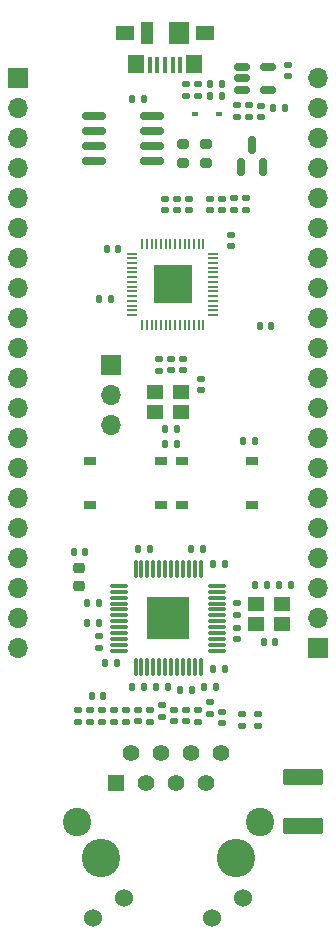
<source format=gbr>
%TF.GenerationSoftware,KiCad,Pcbnew,6.0.2+dfsg-1*%
%TF.CreationDate,2022-12-03T09:23:02-05:00*%
%TF.ProjectId,wiz5500-clone-4layer,77697a35-3530-4302-9d63-6c6f6e652d34,rev?*%
%TF.SameCoordinates,Original*%
%TF.FileFunction,Soldermask,Top*%
%TF.FilePolarity,Negative*%
%FSLAX46Y46*%
G04 Gerber Fmt 4.6, Leading zero omitted, Abs format (unit mm)*
G04 Created by KiCad (PCBNEW 6.0.2+dfsg-1) date 2022-12-03 09:23:02*
%MOMM*%
%LPD*%
G01*
G04 APERTURE LIST*
G04 Aperture macros list*
%AMRoundRect*
0 Rectangle with rounded corners*
0 $1 Rounding radius*
0 $2 $3 $4 $5 $6 $7 $8 $9 X,Y pos of 4 corners*
0 Add a 4 corners polygon primitive as box body*
4,1,4,$2,$3,$4,$5,$6,$7,$8,$9,$2,$3,0*
0 Add four circle primitives for the rounded corners*
1,1,$1+$1,$2,$3*
1,1,$1+$1,$4,$5*
1,1,$1+$1,$6,$7*
1,1,$1+$1,$8,$9*
0 Add four rect primitives between the rounded corners*
20,1,$1+$1,$2,$3,$4,$5,0*
20,1,$1+$1,$4,$5,$6,$7,0*
20,1,$1+$1,$6,$7,$8,$9,0*
20,1,$1+$1,$8,$9,$2,$3,0*%
G04 Aperture macros list end*
%ADD10RoundRect,0.150000X-0.825000X-0.150000X0.825000X-0.150000X0.825000X0.150000X-0.825000X0.150000X0*%
%ADD11R,1.000000X0.750000*%
%ADD12RoundRect,0.140000X0.170000X-0.140000X0.170000X0.140000X-0.170000X0.140000X-0.170000X-0.140000X0*%
%ADD13RoundRect,0.140000X-0.170000X0.140000X-0.170000X-0.140000X0.170000X-0.140000X0.170000X0.140000X0*%
%ADD14RoundRect,0.135000X-0.185000X0.135000X-0.185000X-0.135000X0.185000X-0.135000X0.185000X0.135000X0*%
%ADD15RoundRect,0.135000X-0.135000X-0.185000X0.135000X-0.185000X0.135000X0.185000X-0.135000X0.185000X0*%
%ADD16RoundRect,0.140000X-0.140000X-0.170000X0.140000X-0.170000X0.140000X0.170000X-0.140000X0.170000X0*%
%ADD17RoundRect,0.140000X0.140000X0.170000X-0.140000X0.170000X-0.140000X-0.170000X0.140000X-0.170000X0*%
%ADD18R,1.700000X1.700000*%
%ADD19O,1.700000X1.700000*%
%ADD20RoundRect,0.200000X0.275000X-0.200000X0.275000X0.200000X-0.275000X0.200000X-0.275000X-0.200000X0*%
%ADD21RoundRect,0.135000X0.185000X-0.135000X0.185000X0.135000X-0.185000X0.135000X-0.185000X-0.135000X0*%
%ADD22RoundRect,0.135000X0.135000X0.185000X-0.135000X0.185000X-0.135000X-0.185000X0.135000X-0.185000X0*%
%ADD23R,0.600000X0.450000*%
%ADD24R,0.450000X1.380000*%
%ADD25R,1.425000X1.550000*%
%ADD26R,1.650000X1.300000*%
%ADD27R,1.800000X1.900000*%
%ADD28R,1.000000X1.900000*%
%ADD29RoundRect,0.249999X1.450001X-0.450001X1.450001X0.450001X-1.450001X0.450001X-1.450001X-0.450001X0*%
%ADD30R,1.400000X1.200000*%
%ADD31C,3.250000*%
%ADD32R,1.408000X1.408000*%
%ADD33C,1.408000*%
%ADD34C,1.530000*%
%ADD35C,2.400000*%
%ADD36RoundRect,0.150000X-0.512500X-0.150000X0.512500X-0.150000X0.512500X0.150000X-0.512500X0.150000X0*%
%ADD37RoundRect,0.075000X-0.662500X-0.075000X0.662500X-0.075000X0.662500X0.075000X-0.662500X0.075000X0*%
%ADD38RoundRect,0.075000X-0.075000X-0.662500X0.075000X-0.662500X0.075000X0.662500X-0.075000X0.662500X0*%
%ADD39R,3.600000X3.600000*%
%ADD40RoundRect,0.050000X-0.387500X-0.050000X0.387500X-0.050000X0.387500X0.050000X-0.387500X0.050000X0*%
%ADD41RoundRect,0.050000X-0.050000X-0.387500X0.050000X-0.387500X0.050000X0.387500X-0.050000X0.387500X0*%
%ADD42R,3.200000X3.200000*%
%ADD43RoundRect,0.218750X-0.256250X0.218750X-0.256250X-0.218750X0.256250X-0.218750X0.256250X0.218750X0*%
%ADD44RoundRect,0.150000X0.150000X-0.587500X0.150000X0.587500X-0.150000X0.587500X-0.150000X-0.587500X0*%
G04 APERTURE END LIST*
D10*
%TO.C,U2*%
X36895000Y-76835000D03*
X36895000Y-78105000D03*
X36895000Y-79375000D03*
X36895000Y-80645000D03*
X41845000Y-80645000D03*
X41845000Y-79375000D03*
X41845000Y-78105000D03*
X41845000Y-76835000D03*
%TD*%
D11*
%TO.C,SW1*%
X36580500Y-106075000D03*
X42580500Y-106075000D03*
X36580500Y-109825000D03*
X42580500Y-109825000D03*
%TD*%
D12*
%TO.C,C5*%
X43942000Y-84808000D03*
X43942000Y-83848000D03*
%TD*%
%TO.C,C17*%
X49022000Y-121130000D03*
X49022000Y-120170000D03*
%TD*%
D13*
%TO.C,C2*%
X44450000Y-97437000D03*
X44450000Y-98397000D03*
%TD*%
D14*
%TO.C,R4*%
X42418000Y-97407000D03*
X42418000Y-98427000D03*
%TD*%
D15*
%TO.C,R7*%
X49528000Y-104394000D03*
X50548000Y-104394000D03*
%TD*%
D11*
%TO.C,SW2*%
X44327500Y-106075000D03*
X50327500Y-106075000D03*
X44327500Y-109825000D03*
X50327500Y-109825000D03*
%TD*%
D15*
%TO.C,R1*%
X46734000Y-75184000D03*
X47754000Y-75184000D03*
%TD*%
D12*
%TO.C,C11*%
X48514000Y-87856000D03*
X48514000Y-86896000D03*
%TD*%
D16*
%TO.C,C35*%
X47018000Y-123698000D03*
X47978000Y-123698000D03*
%TD*%
%TO.C,C12*%
X46764000Y-74168000D03*
X47724000Y-74168000D03*
%TD*%
D12*
%TO.C,C4*%
X47752000Y-84808000D03*
X47752000Y-83848000D03*
%TD*%
D17*
%TO.C,C8*%
X38326000Y-92329000D03*
X37366000Y-92329000D03*
%TD*%
%TO.C,C19*%
X37310000Y-118110000D03*
X36350000Y-118110000D03*
%TD*%
D18*
%TO.C,J2*%
X30480000Y-73660000D03*
D19*
X30480000Y-76200000D03*
X30480000Y-78740000D03*
X30480000Y-81280000D03*
X30480000Y-83820000D03*
X30480000Y-86360000D03*
X30480000Y-88900000D03*
X30480000Y-91440000D03*
X30480000Y-93980000D03*
X30480000Y-96520000D03*
X30480000Y-99060000D03*
X30480000Y-101600000D03*
X30480000Y-104140000D03*
X30480000Y-106680000D03*
X30480000Y-109220000D03*
X30480000Y-111760000D03*
X30480000Y-114300000D03*
X30480000Y-116840000D03*
X30480000Y-119380000D03*
X30480000Y-121920000D03*
%TD*%
D20*
%TO.C,R12*%
X46355000Y-80835000D03*
X46355000Y-79185000D03*
%TD*%
D21*
%TO.C,R14*%
X37592000Y-128145000D03*
X37592000Y-127125000D03*
%TD*%
D12*
%TO.C,C1*%
X46736000Y-84808000D03*
X46736000Y-83848000D03*
%TD*%
D16*
%TO.C,C37*%
X52606000Y-116586000D03*
X53566000Y-116586000D03*
%TD*%
D22*
%TO.C,R28*%
X51564000Y-116586000D03*
X50544000Y-116586000D03*
%TD*%
D21*
%TO.C,R22*%
X42672000Y-127764000D03*
X42672000Y-126744000D03*
%TD*%
%TO.C,R16*%
X36576000Y-128145000D03*
X36576000Y-127125000D03*
%TD*%
D23*
%TO.C,D1*%
X47532000Y-76708000D03*
X45432000Y-76708000D03*
%TD*%
D24*
%TO.C,P1*%
X44226000Y-72510000D03*
X43576000Y-72510000D03*
X42926000Y-72510000D03*
X42276000Y-72510000D03*
X41626000Y-72510000D03*
D25*
X45413500Y-72425000D03*
X40438500Y-72425000D03*
D26*
X46301000Y-69850000D03*
D27*
X44076000Y-69850000D03*
D28*
X41376000Y-69850000D03*
D26*
X39551000Y-69850000D03*
%TD*%
D14*
%TO.C,R8*%
X50038000Y-75944000D03*
X50038000Y-76964000D03*
%TD*%
D12*
%TO.C,C3*%
X42926000Y-84808000D03*
X42926000Y-83848000D03*
%TD*%
%TO.C,C31*%
X43688000Y-128115000D03*
X43688000Y-127155000D03*
%TD*%
%TO.C,C6*%
X44958000Y-84808000D03*
X44958000Y-83848000D03*
%TD*%
D17*
%TO.C,C23*%
X43152000Y-125222000D03*
X42192000Y-125222000D03*
%TD*%
D29*
%TO.C,C29*%
X54610000Y-136924000D03*
X54610000Y-132824000D03*
%TD*%
D21*
%TO.C,R17*%
X38608000Y-128145000D03*
X38608000Y-127125000D03*
%TD*%
D30*
%TO.C,Y1*%
X42080000Y-101942000D03*
X44280000Y-101942000D03*
X44280000Y-100242000D03*
X42080000Y-100242000D03*
%TD*%
D12*
%TO.C,C32*%
X47752000Y-128242000D03*
X47752000Y-127282000D03*
%TD*%
D18*
%TO.C,J1*%
X38354000Y-97917000D03*
D19*
X38354000Y-100457000D03*
X38354000Y-102997000D03*
%TD*%
D15*
%TO.C,R11*%
X45083000Y-113538000D03*
X46103000Y-113538000D03*
%TD*%
D31*
%TO.C,P2*%
X48895000Y-139700000D03*
X37465000Y-139700000D03*
D32*
X38735000Y-133350000D03*
D33*
X40005000Y-130810000D03*
X41275000Y-133350000D03*
X42545000Y-130810000D03*
X43815000Y-133350000D03*
X45085000Y-130810000D03*
X46355000Y-133350000D03*
X47625000Y-130810000D03*
D34*
X36855000Y-144780000D03*
X39422000Y-143080000D03*
X46938000Y-144780000D03*
X49505000Y-143080000D03*
D35*
X50930000Y-136650000D03*
X35430000Y-136650000D03*
%TD*%
D17*
%TO.C,C18*%
X37691000Y-125984000D03*
X36731000Y-125984000D03*
%TD*%
D14*
%TO.C,R25*%
X49403000Y-127506000D03*
X49403000Y-128526000D03*
%TD*%
D21*
%TO.C,R27*%
X49022000Y-119128000D03*
X49022000Y-118108000D03*
%TD*%
D13*
%TO.C,C9*%
X43434000Y-97437000D03*
X43434000Y-98397000D03*
%TD*%
D17*
%TO.C,C7*%
X38961000Y-88138000D03*
X38001000Y-88138000D03*
%TD*%
D36*
%TO.C,U1*%
X49408500Y-72710000D03*
X49408500Y-73660000D03*
X49408500Y-74610000D03*
X51683500Y-74610000D03*
X51683500Y-72710000D03*
%TD*%
D13*
%TO.C,C13*%
X53340000Y-72545000D03*
X53340000Y-73505000D03*
%TD*%
D12*
%TO.C,C27*%
X45974000Y-100048000D03*
X45974000Y-99088000D03*
%TD*%
D16*
%TO.C,C15*%
X35207000Y-113792000D03*
X36167000Y-113792000D03*
%TD*%
D21*
%TO.C,R20*%
X35560000Y-128145000D03*
X35560000Y-127125000D03*
%TD*%
D15*
%TO.C,R18*%
X46988000Y-114808000D03*
X48008000Y-114808000D03*
%TD*%
D30*
%TO.C,Y2*%
X50589000Y-119849000D03*
X52789000Y-119849000D03*
X52789000Y-118149000D03*
X50589000Y-118149000D03*
%TD*%
D17*
%TO.C,C20*%
X37310000Y-119761000D03*
X36350000Y-119761000D03*
%TD*%
D20*
%TO.C,R9*%
X44450000Y-80835000D03*
X44450000Y-79185000D03*
%TD*%
D18*
%TO.C,J3*%
X55880000Y-121920000D03*
D19*
X55880000Y-119380000D03*
X55880000Y-116840000D03*
X55880000Y-114300000D03*
X55880000Y-111760000D03*
X55880000Y-109220000D03*
X55880000Y-106680000D03*
X55880000Y-104140000D03*
X55880000Y-101600000D03*
X55880000Y-99060000D03*
X55880000Y-96520000D03*
X55880000Y-93980000D03*
X55880000Y-91440000D03*
X55880000Y-88900000D03*
X55880000Y-86360000D03*
X55880000Y-83820000D03*
X55880000Y-81280000D03*
X55880000Y-78740000D03*
X55880000Y-76200000D03*
X55880000Y-73660000D03*
%TD*%
D37*
%TO.C,U3*%
X39017500Y-116630000D03*
X39017500Y-117130000D03*
X39017500Y-117630000D03*
X39017500Y-118130000D03*
X39017500Y-118630000D03*
X39017500Y-119130000D03*
X39017500Y-119630000D03*
X39017500Y-120130000D03*
X39017500Y-120630000D03*
X39017500Y-121130000D03*
X39017500Y-121630000D03*
X39017500Y-122130000D03*
D38*
X40430000Y-123542500D03*
X40930000Y-123542500D03*
X41430000Y-123542500D03*
X41930000Y-123542500D03*
X42430000Y-123542500D03*
X42930000Y-123542500D03*
X43430000Y-123542500D03*
X43930000Y-123542500D03*
X44430000Y-123542500D03*
X44930000Y-123542500D03*
X45430000Y-123542500D03*
X45930000Y-123542500D03*
D37*
X47342500Y-122130000D03*
X47342500Y-121630000D03*
X47342500Y-121130000D03*
X47342500Y-120630000D03*
X47342500Y-120130000D03*
X47342500Y-119630000D03*
X47342500Y-119130000D03*
X47342500Y-118630000D03*
X47342500Y-118130000D03*
X47342500Y-117630000D03*
X47342500Y-117130000D03*
X47342500Y-116630000D03*
D38*
X45930000Y-115217500D03*
X45430000Y-115217500D03*
X44930000Y-115217500D03*
X44430000Y-115217500D03*
X43930000Y-115217500D03*
X43430000Y-115217500D03*
X42930000Y-115217500D03*
X42430000Y-115217500D03*
X41930000Y-115217500D03*
X41430000Y-115217500D03*
X40930000Y-115217500D03*
X40430000Y-115217500D03*
D39*
X43180000Y-119380000D03*
%TD*%
D15*
%TO.C,R6*%
X42924000Y-104648000D03*
X43944000Y-104648000D03*
%TD*%
D14*
%TO.C,R2*%
X44704000Y-74166000D03*
X44704000Y-75186000D03*
%TD*%
D12*
%TO.C,C28*%
X51054000Y-76934000D03*
X51054000Y-75974000D03*
%TD*%
D17*
%TO.C,C34*%
X45184000Y-125476000D03*
X44224000Y-125476000D03*
%TD*%
D21*
%TO.C,R21*%
X46736000Y-127510000D03*
X46736000Y-126490000D03*
%TD*%
%TO.C,R10*%
X39624000Y-128145000D03*
X39624000Y-127125000D03*
%TD*%
%TO.C,R15*%
X48768000Y-84838000D03*
X48768000Y-83818000D03*
%TD*%
D16*
%TO.C,C14*%
X52098000Y-76200000D03*
X53058000Y-76200000D03*
%TD*%
D14*
%TO.C,R26*%
X37338000Y-120902000D03*
X37338000Y-121922000D03*
%TD*%
%TO.C,R13*%
X49784000Y-83818000D03*
X49784000Y-84838000D03*
%TD*%
D21*
%TO.C,R3*%
X45720000Y-75186000D03*
X45720000Y-74166000D03*
%TD*%
D17*
%TO.C,C25*%
X41120000Y-75438000D03*
X40160000Y-75438000D03*
%TD*%
D40*
%TO.C,U4*%
X40142500Y-88500000D03*
X40142500Y-88900000D03*
X40142500Y-89300000D03*
X40142500Y-89700000D03*
X40142500Y-90100000D03*
X40142500Y-90500000D03*
X40142500Y-90900000D03*
X40142500Y-91300000D03*
X40142500Y-91700000D03*
X40142500Y-92100000D03*
X40142500Y-92500000D03*
X40142500Y-92900000D03*
X40142500Y-93300000D03*
X40142500Y-93700000D03*
D41*
X40980000Y-94537500D03*
X41380000Y-94537500D03*
X41780000Y-94537500D03*
X42180000Y-94537500D03*
X42580000Y-94537500D03*
X42980000Y-94537500D03*
X43380000Y-94537500D03*
X43780000Y-94537500D03*
X44180000Y-94537500D03*
X44580000Y-94537500D03*
X44980000Y-94537500D03*
X45380000Y-94537500D03*
X45780000Y-94537500D03*
X46180000Y-94537500D03*
D40*
X47017500Y-93700000D03*
X47017500Y-93300000D03*
X47017500Y-92900000D03*
X47017500Y-92500000D03*
X47017500Y-92100000D03*
X47017500Y-91700000D03*
X47017500Y-91300000D03*
X47017500Y-90900000D03*
X47017500Y-90500000D03*
X47017500Y-90100000D03*
X47017500Y-89700000D03*
X47017500Y-89300000D03*
X47017500Y-88900000D03*
X47017500Y-88500000D03*
D41*
X46180000Y-87662500D03*
X45780000Y-87662500D03*
X45380000Y-87662500D03*
X44980000Y-87662500D03*
X44580000Y-87662500D03*
X44180000Y-87662500D03*
X43780000Y-87662500D03*
X43380000Y-87662500D03*
X42980000Y-87662500D03*
X42580000Y-87662500D03*
X42180000Y-87662500D03*
X41780000Y-87662500D03*
X41380000Y-87662500D03*
X40980000Y-87662500D03*
D42*
X43580000Y-91100000D03*
%TD*%
D16*
%TO.C,C26*%
X42954000Y-103378000D03*
X43914000Y-103378000D03*
%TD*%
D12*
%TO.C,C30*%
X40640000Y-128115000D03*
X40640000Y-127155000D03*
%TD*%
%TO.C,C33*%
X44704000Y-128115000D03*
X44704000Y-127155000D03*
%TD*%
D43*
%TO.C,L1*%
X35670348Y-115101664D03*
X35670348Y-116676664D03*
%TD*%
D16*
%TO.C,C10*%
X50955000Y-94615000D03*
X51915000Y-94615000D03*
%TD*%
D17*
%TO.C,C22*%
X41120000Y-125222000D03*
X40160000Y-125222000D03*
%TD*%
D44*
%TO.C,Q1*%
X49342000Y-81201500D03*
X51242000Y-81201500D03*
X50292000Y-79326500D03*
%TD*%
D21*
%TO.C,R24*%
X41656000Y-128145000D03*
X41656000Y-127125000D03*
%TD*%
D16*
%TO.C,C24*%
X46256000Y-125222000D03*
X47216000Y-125222000D03*
%TD*%
D14*
%TO.C,R5*%
X49022000Y-75944000D03*
X49022000Y-76964000D03*
%TD*%
D16*
%TO.C,C21*%
X37874000Y-123190000D03*
X38834000Y-123190000D03*
%TD*%
%TO.C,C36*%
X51300000Y-121412000D03*
X52260000Y-121412000D03*
%TD*%
D21*
%TO.C,R23*%
X45720000Y-128145000D03*
X45720000Y-127125000D03*
%TD*%
D14*
%TO.C,R19*%
X50800000Y-127506000D03*
X50800000Y-128526000D03*
%TD*%
D17*
%TO.C,C16*%
X41628000Y-113538000D03*
X40668000Y-113538000D03*
%TD*%
M02*

</source>
